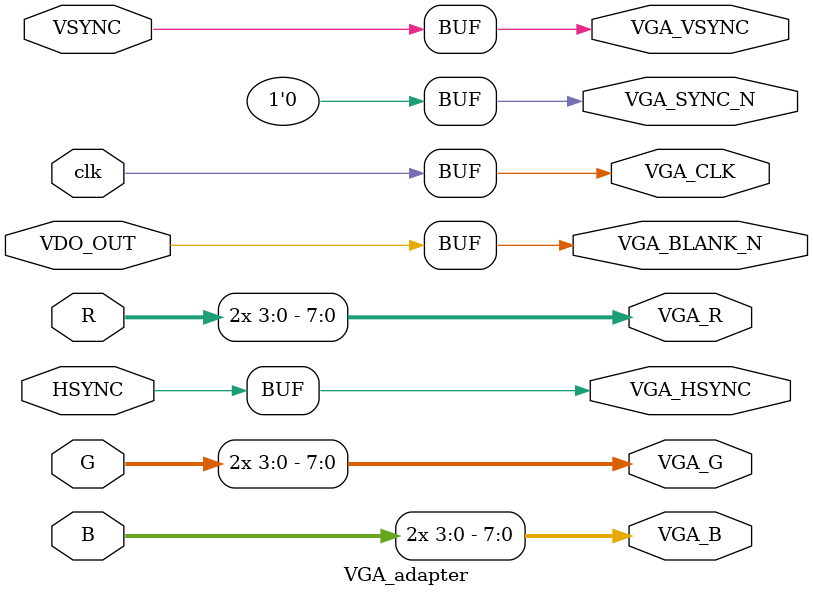
<source format=v>
module VGA_adapter
(
    input [3:0] R,
    input [3:0] G,
    input [3:0] B,
    input HSYNC,
    input VSYNC,
    input VDO_OUT,
    input clk,
    output [7:0] VGA_R,
    output [7:0] VGA_G,
    output [7:0] VGA_B,
    output VGA_HSYNC,
    output VGA_VSYNC,
    output VGA_CLK,
    output VGA_BLANK_N,
    output VGA_SYNC_N
);

assign VGA_R = {R,R};
assign VGA_G = {G,G};
assign VGA_B = {B,B};

assign VGA_HSYNC = HSYNC;
assign VGA_VSYNC = VSYNC;
assign VGA_CLK = clk;
assign VGA_BLANK_N = VDO_OUT;
assign VGA_SYNC_N = 0;

endmodule
</source>
